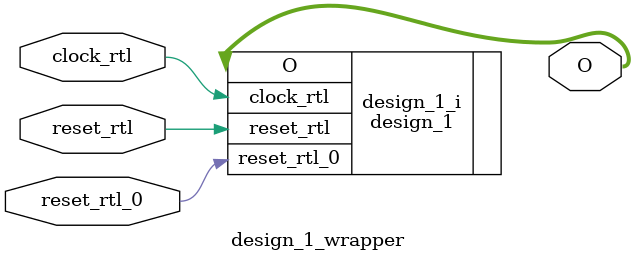
<source format=v>
`timescale 1 ps / 1 ps

module design_1_wrapper
   (O,
    clock_rtl,
    reset_rtl,
    reset_rtl_0);
  output [3:0]O;
  input clock_rtl;
  input reset_rtl;
  input reset_rtl_0;

  wire [3:0]O;
  wire clock_rtl;
  wire reset_rtl;
  wire reset_rtl_0;

  design_1 design_1_i
       (.O(O),
        .clock_rtl(clock_rtl),
        .reset_rtl(reset_rtl),
        .reset_rtl_0(reset_rtl_0));
endmodule

</source>
